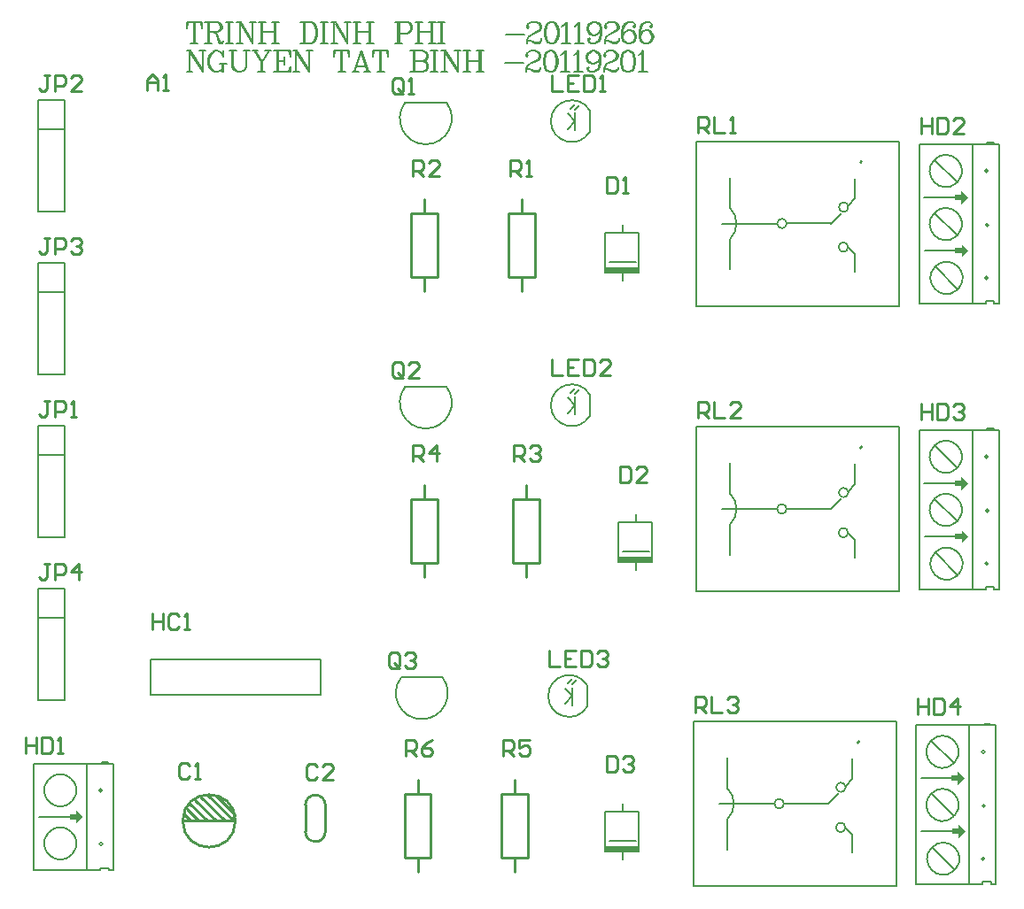
<source format=gbr>
G04*
G04 #@! TF.GenerationSoftware,Altium Limited,Altium Designer,23.2.1 (34)*
G04*
G04 Layer_Color=65535*
%FSTAX24Y24*%
%MOIN*%
G70*
G04*
G04 #@! TF.SameCoordinates,BC3F6091-25B6-48BF-90D5-32B1282762A0*
G04*
G04*
G04 #@! TF.FilePolarity,Positive*
G04*
G01*
G75*
%ADD10C,0.0070*%
%ADD11C,0.0070*%
%ADD12C,0.0100*%
%ADD13C,0.0079*%
%ADD14C,0.0050*%
%ADD15R,0.1260X0.0200*%
G36*
X0168Y01805D02*
X01655Y0183D01*
Y01815D01*
X0163D01*
Y01795D01*
X01655D01*
Y0178D01*
X0168Y01805D01*
D02*
G37*
G36*
X05Y0175D02*
X04975Y01775D01*
Y0176D01*
X0495D01*
Y0174D01*
X04975D01*
Y01725D01*
X05Y0175D01*
D02*
G37*
G36*
X049975Y0195D02*
X049725Y01975D01*
Y0196D01*
X049475D01*
Y0194D01*
X049725D01*
Y01925D01*
X049975Y0195D01*
D02*
G37*
G36*
X050124Y028613D02*
X049874Y028863D01*
Y028713D01*
X049624D01*
Y028513D01*
X049874D01*
Y028363D01*
X050124Y028613D01*
D02*
G37*
G36*
X050099Y030613D02*
X049849Y030863D01*
Y030713D01*
X049599D01*
Y030513D01*
X049849D01*
Y030363D01*
X050099Y030613D01*
D02*
G37*
G36*
X050124Y039376D02*
X049874Y039626D01*
Y039476D01*
X049624D01*
Y039276D01*
X049874D01*
Y039126D01*
X050124Y039376D01*
D02*
G37*
G36*
X050099Y041376D02*
X049849Y041626D01*
Y041476D01*
X049599D01*
Y041276D01*
X049849D01*
Y041126D01*
X050099Y041376D01*
D02*
G37*
D10*
X049731Y041982D02*
G03*
X049677Y041926I-000457J000394D01*
G01*
X050888Y04034D02*
G03*
X050888Y04034I-000064J0D01*
G01*
X050858Y042376D02*
G03*
X050858Y042376I-000064J0D01*
G01*
X049736Y039987D02*
G03*
X049672Y039922I-000462J000389D01*
G01*
X049761Y03796D02*
G03*
X049696Y037894I-000461J00039D01*
G01*
X050868Y038356D02*
G03*
X050868Y038356I-000064J0D01*
G01*
X049731Y031219D02*
G03*
X049677Y031163I-000457J000394D01*
G01*
X050888Y029577D02*
G03*
X050888Y029577I-000064J0D01*
G01*
X050858Y031613D02*
G03*
X050858Y031613I-000064J0D01*
G01*
X049736Y029224D02*
G03*
X049672Y029159I-000462J000389D01*
G01*
X049761Y027197D02*
G03*
X049696Y027131I-000461J00039D01*
G01*
X050868Y027593D02*
G03*
X050868Y027593I-000064J0D01*
G01*
X016412Y018662D02*
G03*
X016401Y018649I-000462J000388D01*
G01*
X017544Y01703D02*
G03*
X017544Y01703I-000064J0D01*
G01*
X017534Y01905D02*
G03*
X017534Y01905I-000064J0D01*
G01*
X016413Y016663D02*
G03*
X016401Y016649I-000463J000387D01*
G01*
X045605Y041016D02*
G03*
X045605Y041016I-000178J0D01*
G01*
X045595Y039506D02*
G03*
X045595Y039506I-000178J0D01*
G01*
X043282Y040399D02*
G03*
X043282Y040399I-000178J0D01*
G01*
X041152Y039809D02*
G03*
X041162Y040969I-000575J000585D01*
G01*
X045605Y030266D02*
G03*
X045605Y030266I-000178J0D01*
G01*
X045595Y028756D02*
G03*
X045595Y028756I-000178J0D01*
G01*
X043282Y029649D02*
G03*
X043282Y029649I-000178J0D01*
G01*
X041152Y029059D02*
G03*
X041162Y030219I-000575J000585D01*
G01*
X049607Y020106D02*
G03*
X049553Y02005I-000457J000394D01*
G01*
X050764Y018464D02*
G03*
X050764Y018464I-000064J0D01*
G01*
X050734Y0205D02*
G03*
X050734Y0205I-000064J0D01*
G01*
X049612Y018111D02*
G03*
X049548Y018046I-000462J000389D01*
G01*
X049637Y016084D02*
G03*
X049572Y016018I-000461J00039D01*
G01*
X050744Y01648D02*
G03*
X050744Y01648I-000064J0D01*
G01*
X045505Y019166D02*
G03*
X045505Y019166I-000178J0D01*
G01*
X045495Y017656D02*
G03*
X045495Y017656I-000178J0D01*
G01*
X043182Y018549D02*
G03*
X043182Y018549I-000178J0D01*
G01*
X041052Y017959D02*
G03*
X041062Y019119I-000575J000585D01*
G01*
X03645Y03855D02*
X0371D01*
X03645D02*
Y04005D01*
X03771D01*
Y03855D02*
Y04005D01*
X0371Y03855D02*
X03771D01*
X0371Y04005D02*
Y04035D01*
Y03825D02*
Y03855D01*
X03663Y03896D02*
X0376D01*
X03689Y03855D02*
X0371D01*
X03726D01*
X048854Y042796D02*
X049704Y041946D01*
X050274Y037376D02*
Y043376D01*
X048274D02*
X049774D01*
X048274Y037376D02*
X050784D01*
Y037476D01*
X051094D01*
Y037376D02*
Y037476D01*
Y037376D02*
X051274D01*
Y043376D01*
X049774D02*
X051274D01*
X050824Y043436D02*
X051074D01*
X048464Y041376D02*
X049974D01*
X048859Y040791D02*
X049704Y039946D01*
X048274Y037376D02*
Y043376D01*
X048884Y038776D02*
X049724Y037926D01*
X048484Y039376D02*
X049994D01*
X048854Y032033D02*
X049704Y031183D01*
X050274Y026613D02*
Y032613D01*
X048274D02*
X049774D01*
X048274Y026613D02*
X050784D01*
Y026713D01*
X051094D01*
Y026613D02*
Y026713D01*
Y026613D02*
X051274D01*
Y032613D01*
X049774D02*
X051274D01*
X050824Y032673D02*
X051074D01*
X048464Y030613D02*
X049974D01*
X048859Y030028D02*
X049704Y029183D01*
X048274Y026613D02*
Y032613D01*
X048884Y028013D02*
X049724Y027163D01*
X048484Y028613D02*
X049994D01*
X03533Y03321D02*
Y03387D01*
X03504Y03326D02*
X03533Y03355D01*
X03504Y03384D02*
X03533Y03355D01*
X035879Y033157D02*
Y033948D01*
X03516Y03402D02*
X03533Y03419D01*
X03532Y03399D02*
X03549Y03416D01*
X01695Y01606D02*
Y02003D01*
X01495Y02005D02*
X01645D01*
X01495Y01605D02*
X01746D01*
Y0161D01*
X01777D01*
Y01605D02*
Y0161D01*
Y01605D02*
X01795D01*
Y02005D01*
X01645D02*
X01795D01*
X0175Y02011D02*
X01775D01*
X01516Y01805D02*
X01667D01*
X01495Y01605D02*
Y02005D01*
X044945Y040398D02*
X045335Y040788D01*
X045595Y039506D02*
X045865Y039236D01*
Y038576D02*
Y039236D01*
X045605Y041076D02*
X045865Y041336D01*
Y042096D01*
X040859Y040389D02*
X042902D01*
X043302Y040399D02*
X044945D01*
X041142Y038669D02*
Y039799D01*
X041152Y040979D02*
Y042119D01*
X039875Y043488D02*
X047509D01*
X039875Y037282D02*
X047509D01*
X039875D02*
Y043488D01*
X047509Y037282D02*
Y043488D01*
X03533Y04391D02*
Y04457D01*
X03504Y04396D02*
X03533Y04425D01*
X03504Y04454D02*
X03533Y04425D01*
X035879Y043857D02*
Y044648D01*
X03516Y04472D02*
X03533Y04489D01*
X03532Y04469D02*
X03549Y04486D01*
X03695Y02765D02*
X0376D01*
X03695D02*
Y02915D01*
X03821D01*
Y02765D02*
Y02915D01*
X0376Y02765D02*
X03821D01*
X0376Y02915D02*
Y02945D01*
Y02735D02*
Y02765D01*
X03713Y02806D02*
X0381D01*
X03739Y02765D02*
X0376D01*
X03776D01*
X044945Y029648D02*
X045335Y030038D01*
X045595Y028756D02*
X045865Y028486D01*
Y027826D02*
Y028486D01*
X045605Y030326D02*
X045865Y030586D01*
Y031346D01*
X040859Y029639D02*
X042902D01*
X043302Y029649D02*
X044945D01*
X041142Y027919D02*
Y029049D01*
X041152Y030229D02*
Y031369D01*
X039875Y032738D02*
X047509D01*
X039875Y026532D02*
X047509D01*
X039875D02*
Y032738D01*
X047509Y026532D02*
Y032738D01*
X03523Y02226D02*
Y02292D01*
X03494Y02231D02*
X03523Y0226D01*
X03494Y02289D02*
X03523Y0226D01*
X035779Y022207D02*
Y022998D01*
X03506Y02307D02*
X03523Y02324D01*
X03522Y02304D02*
X03539Y02321D01*
X04873Y02092D02*
X04958Y02007D01*
X05015Y0155D02*
Y0215D01*
X04815D02*
X04965D01*
X04815Y0155D02*
X05066D01*
Y0156D01*
X05097D01*
Y0155D02*
Y0156D01*
Y0155D02*
X05115D01*
Y0215D01*
X04965D02*
X05115D01*
X0507Y02156D02*
X05095D01*
X04834Y0195D02*
X04985D01*
X048735Y018915D02*
X04958Y01807D01*
X04815Y0155D02*
Y0215D01*
X04876Y0169D02*
X0496Y01605D01*
X04836Y0175D02*
X04987D01*
X03645Y01675D02*
X0371D01*
X03645D02*
Y01825D01*
X03771D01*
Y01675D02*
Y01825D01*
X0371Y01675D02*
X03771D01*
X0371Y01825D02*
Y01855D01*
Y01645D02*
Y01675D01*
X03663Y01716D02*
X0376D01*
X03689Y01675D02*
X0371D01*
X03726D01*
X044845Y018548D02*
X045235Y018938D01*
X045495Y017656D02*
X045765Y017386D01*
Y016726D02*
Y017386D01*
X045505Y019226D02*
X045765Y019486D01*
Y020246D01*
X040759Y018539D02*
X042802D01*
X043202Y018549D02*
X044845D01*
X041042Y016819D02*
Y017949D01*
X041052Y019129D02*
Y020269D01*
X039775Y021638D02*
X047409D01*
X039775Y015432D02*
X047409D01*
X039775D02*
Y021638D01*
X047409Y015432D02*
Y021638D01*
D11*
X035877Y033952D02*
G03*
X035876Y033153I-000679J-000398D01*
G01*
X035877Y044652D02*
G03*
X035876Y043853I-000679J-000398D01*
G01*
X035777Y023002D02*
G03*
X035776Y022203I-000679J-000398D01*
G01*
D12*
X025174Y017494D02*
G03*
X025926Y0175I000376J-000004D01*
G01*
X025926Y018496D02*
G03*
X025174Y01849I-000376J000004D01*
G01*
X02254Y0179D02*
G03*
X02254Y0179I-00099J0D01*
G01*
X029158Y04077D02*
X030142D01*
Y03837D02*
Y04077D01*
X029158Y03837D02*
X030142D01*
X029158D02*
Y04077D01*
X02965Y03784D02*
Y03836D01*
Y04079D02*
Y04131D01*
X02517Y0175D02*
Y0185D01*
X02593Y01751D02*
Y01847D01*
X02056Y0179D02*
X02253D01*
X02087D02*
X02103D01*
X02086D02*
X02103D01*
X02062Y01814D02*
X02086Y0179D01*
X02116D02*
X02117D01*
X0207Y01836D02*
X02116Y0179D01*
X02082Y01855D02*
X02147Y0179D01*
X0218D02*
X02184D01*
X02101Y01869D02*
X0218Y0179D01*
X02215D02*
X02216D01*
X02122Y01883D02*
X02215Y0179D01*
X02149Y01889D02*
X02248Y0179D01*
X02251Y01808D02*
Y01816D01*
X02183Y01884D02*
X02251Y01816D01*
X028908Y01892D02*
X029892D01*
Y01652D02*
Y01892D01*
X028908Y01652D02*
X029892D01*
X028908D02*
Y01892D01*
X0294Y01599D02*
Y01651D01*
Y01894D02*
Y01946D01*
X046045Y042713D02*
X046089Y042756D01*
X032832Y04077D02*
X033816D01*
Y03837D02*
Y04077D01*
X032832Y03837D02*
X033816D01*
X032832D02*
Y04077D01*
X033324Y03784D02*
Y03836D01*
Y04079D02*
Y04131D01*
X032982Y03002D02*
X033966D01*
Y02762D02*
Y03002D01*
X032982Y02762D02*
X033966D01*
X032982D02*
Y03002D01*
X033474Y02709D02*
Y02761D01*
Y03004D02*
Y03056D01*
X029158Y03002D02*
X030142D01*
Y02762D02*
Y03002D01*
X029158Y02762D02*
X030142D01*
X029158D02*
Y03002D01*
X02965Y02709D02*
Y02761D01*
Y03004D02*
Y03056D01*
X046045Y031963D02*
X046089Y032006D01*
X032557Y01892D02*
X033541D01*
Y01652D02*
Y01892D01*
X032557Y01652D02*
X033541D01*
X032557D02*
Y01892D01*
X033049Y01599D02*
Y01651D01*
Y01894D02*
Y01946D01*
X045946Y020863D02*
X045988Y020906D01*
X0192Y0454D02*
Y0458D01*
X0194Y046D01*
X0196Y0458D01*
Y0454D01*
Y0457D01*
X0192D01*
X0198Y0454D02*
X02D01*
X0199D01*
Y046D01*
X0198Y0459D01*
X0208Y01997D02*
X0207Y02007D01*
X0205D01*
X0204Y01997D01*
Y01957D01*
X0205Y01947D01*
X0207D01*
X0208Y01957D01*
X021Y01947D02*
X0212D01*
X0211D01*
Y02007D01*
X021Y01997D01*
X02562Y01995D02*
X02552Y02005D01*
X02532D01*
X02522Y01995D01*
Y01955D01*
X02532Y01945D01*
X02552D01*
X02562Y01955D01*
X02622Y01945D02*
X02582D01*
X02622Y01985D01*
Y01995D01*
X02612Y02005D01*
X02592D01*
X02582Y01995D01*
X03652Y04214D02*
Y04154D01*
X03682D01*
X03692Y04164D01*
Y04204D01*
X03682Y04214D01*
X03652D01*
X03712Y04154D02*
X03732D01*
X03722D01*
Y04214D01*
X03712Y04204D01*
X03702Y03124D02*
Y03064D01*
X03732D01*
X03742Y03074D01*
Y03114D01*
X03732Y03124D01*
X03702D01*
X03802Y03064D02*
X03762D01*
X03802Y03104D01*
Y03114D01*
X03792Y03124D01*
X03772D01*
X03762Y03114D01*
X03652Y02034D02*
Y01974D01*
X03682D01*
X03692Y01984D01*
Y02024D01*
X03682Y02034D01*
X03652D01*
X03712Y02024D02*
X03722Y02034D01*
X03742D01*
X03752Y02024D01*
Y02014D01*
X03742Y02004D01*
X03732D01*
X03742D01*
X03752Y01994D01*
Y01984D01*
X03742Y01974D01*
X03722D01*
X03712Y01984D01*
X0194Y0257D02*
Y0251D01*
Y0254D01*
X0198D01*
Y0257D01*
Y0251D01*
X0204Y0256D02*
X0203Y0257D01*
X0201D01*
X02Y0256D01*
Y0252D01*
X0201Y0251D01*
X0203D01*
X0204Y0252D01*
X0206Y0251D02*
X0208D01*
X0207D01*
Y0257D01*
X0206Y0256D01*
X01465Y02104D02*
Y02044D01*
Y02074D01*
X01505D01*
Y02104D01*
Y02044D01*
X01525Y02104D02*
Y02044D01*
X01555D01*
X01565Y02054D01*
Y02094D01*
X01555Y02104D01*
X01525D01*
X01585Y02044D02*
X01605D01*
X01595D01*
Y02104D01*
X01585Y02094D01*
X04834Y03361D02*
Y03301D01*
Y03331D01*
X04874D01*
Y03361D01*
Y03301D01*
X04894Y03361D02*
Y03301D01*
X04924D01*
X04934Y03311D01*
Y03351D01*
X04924Y03361D01*
X04894D01*
X04954Y03351D02*
X04964Y03361D01*
X04984D01*
X049939Y03351D01*
Y03341D01*
X04984Y03331D01*
X04974D01*
X04984D01*
X049939Y03321D01*
Y03311D01*
X04984Y03301D01*
X04964D01*
X04954Y03311D01*
X04822Y0225D02*
Y0219D01*
Y0222D01*
X04862D01*
Y0225D01*
Y0219D01*
X04882Y0225D02*
Y0219D01*
X04912D01*
X04922Y022D01*
Y0224D01*
X04912Y0225D01*
X04882D01*
X04972Y0219D02*
Y0225D01*
X04942Y0222D01*
X049819D01*
X03444Y04598D02*
Y04538D01*
X03484D01*
X03544Y04598D02*
X03504D01*
Y04538D01*
X03544D01*
X03504Y04568D02*
X03524D01*
X03564Y04598D02*
Y04538D01*
X03594D01*
X036039Y04548D01*
Y04588D01*
X03594Y04598D01*
X03564D01*
X036239Y04538D02*
X036439D01*
X036339D01*
Y04598D01*
X036239Y04588D01*
X03444Y03528D02*
Y03468D01*
X03484D01*
X03544Y03528D02*
X03504D01*
Y03468D01*
X03544D01*
X03504Y03498D02*
X03524D01*
X03564Y03528D02*
Y03468D01*
X03594D01*
X036039Y03478D01*
Y03518D01*
X03594Y03528D01*
X03564D01*
X036639Y03468D02*
X036239D01*
X036639Y03508D01*
Y03518D01*
X036539Y03528D01*
X036339D01*
X036239Y03518D01*
X03434Y02433D02*
Y02373D01*
X03474D01*
X03534Y02433D02*
X03494D01*
Y02373D01*
X03534D01*
X03494Y02403D02*
X03514D01*
X03554Y02433D02*
Y02373D01*
X03584D01*
X035939Y02383D01*
Y02423D01*
X03584Y02433D01*
X03554D01*
X036139Y02423D02*
X036239Y02433D01*
X036439D01*
X036539Y02423D01*
Y02413D01*
X036439Y02403D01*
X036339D01*
X036439D01*
X036539Y02393D01*
Y02383D01*
X036439Y02373D01*
X036239D01*
X036139Y02383D01*
X02886Y04539D02*
Y04579D01*
X02876Y04589D01*
X02856D01*
X02846Y04579D01*
Y04539D01*
X02856Y04529D01*
X02876D01*
X02866Y04549D02*
X02886Y04529D01*
X02876D02*
X02886Y04539D01*
X02906Y04529D02*
X02926D01*
X02916D01*
Y04589D01*
X02906Y04579D01*
X02886Y03469D02*
Y03509D01*
X02876Y03519D01*
X02856D01*
X02846Y03509D01*
Y03469D01*
X02856Y03459D01*
X02876D01*
X02866Y03479D02*
X02886Y03459D01*
X02876D02*
X02886Y03469D01*
X02946Y03459D02*
X02906D01*
X02946Y03499D01*
Y03509D01*
X02936Y03519D01*
X02916D01*
X02906Y03509D01*
X02871Y02374D02*
Y02414D01*
X02861Y02424D01*
X02841D01*
X02831Y02414D01*
Y02374D01*
X02841Y02364D01*
X02861D01*
X02851Y02384D02*
X02871Y02364D01*
X02861D02*
X02871Y02374D01*
X02891Y02414D02*
X02901Y02424D01*
X02921D01*
X02931Y02414D01*
Y02404D01*
X02921Y02394D01*
X02911D01*
X02921D01*
X02931Y02384D01*
Y02374D01*
X02921Y02364D01*
X02901D01*
X02891Y02374D01*
X03288Y04219D02*
Y04279D01*
X03318D01*
X03328Y04269D01*
Y04249D01*
X03318Y04239D01*
X03288D01*
X03308D02*
X03328Y04219D01*
X03348D02*
X03368D01*
X03358D01*
Y04279D01*
X03348Y04269D01*
X02921Y04219D02*
Y04279D01*
X02951D01*
X02961Y04269D01*
Y04249D01*
X02951Y04239D01*
X02921D01*
X02941D02*
X02961Y04219D01*
X03021D02*
X02981D01*
X03021Y04259D01*
Y04269D01*
X03011Y04279D01*
X02991D01*
X02981Y04269D01*
X03303Y03144D02*
Y03204D01*
X03333D01*
X03343Y03194D01*
Y03174D01*
X03333Y03164D01*
X03303D01*
X03323D02*
X03343Y03144D01*
X03363Y03194D02*
X03373Y03204D01*
X03393D01*
X03403Y03194D01*
Y03184D01*
X03393Y03174D01*
X03383D01*
X03393D01*
X03403Y03164D01*
Y03154D01*
X03393Y03144D01*
X03373D01*
X03363Y03154D01*
X02921Y03144D02*
Y03204D01*
X02951D01*
X02961Y03194D01*
Y03174D01*
X02951Y03164D01*
X02921D01*
X02941D02*
X02961Y03144D01*
X03011D02*
Y03204D01*
X02981Y03174D01*
X03021D01*
X032609Y020348D02*
Y020948D01*
X032909D01*
X033009Y020848D01*
Y020648D01*
X032909Y020548D01*
X032609D01*
X032809D02*
X033009Y020348D01*
X033608Y020948D02*
X033208D01*
Y020648D01*
X033408Y020748D01*
X033508D01*
X033608Y020648D01*
Y020448D01*
X033508Y020348D01*
X033308D01*
X033208Y020448D01*
X02896Y020348D02*
Y020948D01*
X02926D01*
X02936Y020848D01*
Y020648D01*
X02926Y020548D01*
X02896D01*
X02916D02*
X02936Y020348D01*
X02996Y020948D02*
X02976Y020848D01*
X02956Y020648D01*
Y020448D01*
X02966Y020348D01*
X02986D01*
X02996Y020448D01*
Y020548D01*
X02986Y020648D01*
X02956D01*
X03994Y03307D02*
Y03367D01*
X04024D01*
X04034Y03357D01*
Y03337D01*
X04024Y03327D01*
X03994D01*
X04014D02*
X04034Y03307D01*
X04054Y03367D02*
Y03307D01*
X04094D01*
X041539D02*
X04114D01*
X041539Y03347D01*
Y03357D01*
X04144Y03367D01*
X04124D01*
X04114Y03357D01*
X03984Y02197D02*
Y02257D01*
X04014D01*
X04024Y02247D01*
Y02227D01*
X04014Y02217D01*
X03984D01*
X04004D02*
X04024Y02197D01*
X04044Y02257D02*
Y02197D01*
X04084D01*
X04104Y02247D02*
X04114Y02257D01*
X04134D01*
X041439Y02247D01*
Y02237D01*
X04134Y02227D01*
X04124D01*
X04134D01*
X041439Y02217D01*
Y02207D01*
X04134Y02197D01*
X04114D01*
X04104Y02207D01*
X04834Y04437D02*
Y04377D01*
Y04407D01*
X04874D01*
Y04437D01*
Y04377D01*
X04894Y04437D02*
Y04377D01*
X04924D01*
X04934Y04387D01*
Y04427D01*
X04924Y04437D01*
X04894D01*
X049939Y04377D02*
X04954D01*
X049939Y04417D01*
Y04427D01*
X04984Y04437D01*
X04964D01*
X04954Y04427D01*
X03994Y04382D02*
Y04442D01*
X04024D01*
X04034Y04432D01*
Y04412D01*
X04024Y04402D01*
X03994D01*
X04014D02*
X04034Y04382D01*
X04054Y04442D02*
Y04382D01*
X04094D01*
X04114D02*
X04134D01*
X04124D01*
Y04442D01*
X04114Y04432D01*
X01556Y03372D02*
X01536D01*
X01546D01*
Y03322D01*
X01536Y03312D01*
X01526D01*
X01516Y03322D01*
X01576Y03312D02*
Y03372D01*
X01606D01*
X01616Y03362D01*
Y03342D01*
X01606Y03332D01*
X01576D01*
X01636Y03312D02*
X01656D01*
X01646D01*
Y03372D01*
X01636Y03362D01*
X01556Y04599D02*
X01536D01*
X01546D01*
Y04549D01*
X01536Y04539D01*
X01526D01*
X01516Y04549D01*
X01576Y04539D02*
Y04599D01*
X01606D01*
X01616Y04589D01*
Y04569D01*
X01606Y04559D01*
X01576D01*
X016759Y04539D02*
X01636D01*
X016759Y04579D01*
Y04589D01*
X01666Y04599D01*
X01646D01*
X01636Y04589D01*
X01556Y03985D02*
X01536D01*
X01546D01*
Y03935D01*
X01536Y03925D01*
X01526D01*
X01516Y03935D01*
X01576Y03925D02*
Y03985D01*
X01606D01*
X01616Y03975D01*
Y03955D01*
X01606Y03945D01*
X01576D01*
X01636Y03975D02*
X01646Y03985D01*
X01666D01*
X016759Y03975D01*
Y03965D01*
X01666Y03955D01*
X01656D01*
X01666D01*
X016759Y03945D01*
Y03935D01*
X01666Y03925D01*
X01646D01*
X01636Y03935D01*
X01556Y02759D02*
X01536D01*
X01546D01*
Y02709D01*
X01536Y02699D01*
X01526D01*
X01516Y02709D01*
X01576Y02699D02*
Y02759D01*
X01606D01*
X01616Y02749D01*
Y02729D01*
X01606Y02719D01*
X01576D01*
X01666Y02699D02*
Y02759D01*
X01636Y02729D01*
X016759D01*
D13*
X028775Y0233D02*
G03*
X030334Y0233I00078J-000591D01*
G01*
X028925Y034246D02*
G03*
X030484Y034246I00078J-000591D01*
G01*
X028925Y04495D02*
G03*
X030484Y04495I00078J-000591D01*
G01*
X0151Y02555D02*
X0161D01*
X0151Y026648D02*
X0161D01*
Y022452D02*
Y026648D01*
X0151Y022452D02*
Y026648D01*
Y022452D02*
X0161D01*
X0151Y04395D02*
X0161D01*
X0151Y045048D02*
X0161D01*
Y040851D02*
Y045048D01*
X0151Y040851D02*
Y045048D01*
Y040851D02*
X0161D01*
X019337Y023973D02*
X025744D01*
X019337Y02265D02*
X025744D01*
Y023973D01*
X019337Y02265D02*
Y023973D01*
X0151Y031683D02*
X0161D01*
X0151Y032782D02*
X0161D01*
Y028585D02*
Y032782D01*
X0151Y028585D02*
Y032782D01*
Y028585D02*
X0161D01*
X0151Y037817D02*
X0161D01*
X0151Y038915D02*
X0161D01*
Y034718D02*
Y038915D01*
X0151Y034718D02*
Y038915D01*
Y034718D02*
X0161D01*
X028775Y0233D02*
X030334D01*
X028925Y034246D02*
X030484D01*
X028925Y04495D02*
X030484D01*
D14*
X020967Y04798D02*
Y04718D01*
X021005Y04798D02*
Y04718D01*
X020738Y04798D02*
X0207Y047751D01*
Y04798D01*
X021271D01*
Y047751D01*
X021233Y04798D01*
X020852Y04718D02*
X021119D01*
X0215Y04798D02*
Y04718D01*
X021538Y04798D02*
Y04718D01*
X021386Y04798D02*
X021843D01*
X021957Y047942D01*
X021995Y047903D01*
X022033Y047827D01*
Y047751D01*
X021995Y047675D01*
X021957Y047637D01*
X021843Y047599D01*
X021538D01*
X021843Y04798D02*
X021919Y047942D01*
X021957Y047903D01*
X021995Y047827D01*
Y047751D01*
X021957Y047675D01*
X021919Y047637D01*
X021843Y047599D01*
X021386Y04718D02*
X021652D01*
X021728Y047599D02*
X021805Y047561D01*
X021843Y047523D01*
X021957Y047256D01*
X021995Y047218D01*
X022033D01*
X022071Y047256D01*
X021805Y047561D02*
X021843Y047484D01*
X021919Y047218D01*
X021957Y04718D01*
X022033D01*
X022071Y047256D01*
Y047294D01*
X022288Y04798D02*
Y04718D01*
X022326Y04798D02*
Y04718D01*
X022174Y04798D02*
X022441D01*
X022174Y04718D02*
X022441D01*
X0227Y04798D02*
Y04718D01*
X022738Y04798D02*
X023195Y047256D01*
X022738Y047903D02*
X023195Y04718D01*
Y04798D02*
Y04718D01*
X022585Y04798D02*
X022738D01*
X02308D02*
X023309D01*
X022585Y04718D02*
X022814D01*
X023522Y04798D02*
Y04718D01*
X02356Y04798D02*
Y04718D01*
X024017Y04798D02*
Y04718D01*
X024055Y04798D02*
Y04718D01*
X023408Y04798D02*
X023675D01*
X023903D02*
X02417D01*
X02356Y047599D02*
X024017D01*
X023408Y04718D02*
X023675D01*
X023903D02*
X02417D01*
X025099Y04798D02*
Y04718D01*
X025137Y04798D02*
Y04718D01*
X024985Y04798D02*
X025366D01*
X02548Y047942D01*
X025556Y047865D01*
X025594Y047789D01*
X025632Y047675D01*
Y047484D01*
X025594Y04737D01*
X025556Y047294D01*
X02548Y047218D01*
X025366Y04718D01*
X024985D01*
X025366Y04798D02*
X025442Y047942D01*
X025518Y047865D01*
X025556Y047789D01*
X025594Y047675D01*
Y047484D01*
X025556Y04737D01*
X025518Y047294D01*
X025442Y047218D01*
X025366Y04718D01*
X025853Y04798D02*
Y04718D01*
X025891Y04798D02*
Y04718D01*
X025739Y04798D02*
X026006D01*
X025739Y04718D02*
X026006D01*
X026265Y04798D02*
Y04718D01*
X026303Y04798D02*
X02676Y047256D01*
X026303Y047903D02*
X02676Y04718D01*
Y04798D02*
Y04718D01*
X02615Y04798D02*
X026303D01*
X026645D02*
X026874D01*
X02615Y04718D02*
X026379D01*
X027087Y04798D02*
Y04718D01*
X027125Y04798D02*
Y04718D01*
X027582Y04798D02*
Y04718D01*
X02762Y04798D02*
Y04718D01*
X026973Y04798D02*
X02724D01*
X027468D02*
X027735D01*
X027125Y047599D02*
X027582D01*
X026973Y04718D02*
X02724D01*
X027468D02*
X027735D01*
X028664Y04798D02*
Y04718D01*
X028702Y04798D02*
Y04718D01*
X02855Y04798D02*
X029007D01*
X029121Y047942D01*
X029159Y047903D01*
X029197Y047827D01*
Y047713D01*
X029159Y047637D01*
X029121Y047599D01*
X029007Y047561D01*
X028702D01*
X029007Y04798D02*
X029083Y047942D01*
X029121Y047903D01*
X029159Y047827D01*
Y047713D01*
X029121Y047637D01*
X029083Y047599D01*
X029007Y047561D01*
X02855Y04718D02*
X028816D01*
X029418Y04798D02*
Y04718D01*
X029456Y04798D02*
Y04718D01*
X029913Y04798D02*
Y04718D01*
X029951Y04798D02*
Y04718D01*
X029304Y04798D02*
X02957D01*
X029799D02*
X030066D01*
X029456Y047599D02*
X029913D01*
X029304Y04718D02*
X02957D01*
X029799D02*
X030066D01*
X030275Y04798D02*
Y04718D01*
X030313Y04798D02*
Y04718D01*
X030161Y04798D02*
X030427D01*
X030161Y04718D02*
X030427D01*
X032732Y047523D02*
X033417D01*
X033558Y047827D02*
X033596Y047789D01*
X033558Y047751D01*
X03352Y047789D01*
Y047827D01*
X033558Y047903D01*
X033596Y047942D01*
X033711Y04798D01*
X033863D01*
X033977Y047942D01*
X034015Y047903D01*
X034053Y047827D01*
Y047751D01*
X034015Y047675D01*
X033901Y047599D01*
X033711Y047523D01*
X033634Y047484D01*
X033558Y047408D01*
X03352Y047294D01*
Y04718D01*
X033863Y04798D02*
X033939Y047942D01*
X033977Y047903D01*
X034015Y047827D01*
Y047751D01*
X033977Y047675D01*
X033863Y047599D01*
X033711Y047523D01*
X03352Y047256D02*
X033558Y047294D01*
X033634D01*
X033825Y047218D01*
X033939D01*
X034015Y047256D01*
X034053Y047294D01*
Y04737D01*
X033634Y047294D02*
X033825Y04718D01*
X033977D01*
X034015Y047218D01*
X034053Y047294D01*
X0344Y04798D02*
X034286Y047942D01*
X034209Y047827D01*
X034171Y047637D01*
Y047523D01*
X034209Y047332D01*
X034286Y047218D01*
X0344Y04718D01*
X034476D01*
X03459Y047218D01*
X034667Y047332D01*
X034705Y047523D01*
Y047637D01*
X034667Y047827D01*
X03459Y047942D01*
X034476Y04798D01*
X0344D01*
X034324Y047942D01*
X034286Y047903D01*
X034248Y047827D01*
X034209Y047637D01*
Y047523D01*
X034248Y047332D01*
X034286Y047256D01*
X034324Y047218D01*
X0344Y04718D01*
X034476D02*
X034552Y047218D01*
X03459Y047256D01*
X034628Y047332D01*
X034667Y047523D01*
Y047637D01*
X034628Y047827D01*
X03459Y047903D01*
X034552Y047942D01*
X034476Y04798D01*
X034823Y047827D02*
X034899Y047865D01*
X035013Y04798D01*
Y04718D01*
X034975Y047942D02*
Y04718D01*
X034823D02*
X035165D01*
X035303Y047827D02*
X035379Y047865D01*
X035493Y04798D01*
Y04718D01*
X035455Y047942D02*
Y04718D01*
X035303D02*
X035645D01*
X036278Y047713D02*
X03624Y047599D01*
X036163Y047523D01*
X036049Y047484D01*
X036011D01*
X035897Y047523D01*
X035821Y047599D01*
X035782Y047713D01*
Y047751D01*
X035821Y047865D01*
X035897Y047942D01*
X036011Y04798D01*
X036087D01*
X036201Y047942D01*
X036278Y047865D01*
X036316Y047751D01*
Y047523D01*
X036278Y04737D01*
X03624Y047294D01*
X036163Y047218D01*
X036049Y04718D01*
X035935D01*
X035859Y047218D01*
X035821Y047294D01*
Y047332D01*
X035859Y04737D01*
X035897Y047332D01*
X035859Y047294D01*
X036011Y047484D02*
X035935Y047523D01*
X035859Y047599D01*
X035821Y047713D01*
Y047751D01*
X035859Y047865D01*
X035935Y047942D01*
X036011Y04798D01*
X036087D02*
X036163Y047942D01*
X03624Y047865D01*
X036278Y047751D01*
Y047523D01*
X03624Y04737D01*
X036201Y047294D01*
X036125Y047218D01*
X036049Y04718D01*
X036472Y047827D02*
X03651Y047789D01*
X036472Y047751D01*
X036434Y047789D01*
Y047827D01*
X036472Y047903D01*
X03651Y047942D01*
X036624Y04798D01*
X036777D01*
X036891Y047942D01*
X036929Y047903D01*
X036967Y047827D01*
Y047751D01*
X036929Y047675D01*
X036815Y047599D01*
X036624Y047523D01*
X036548Y047484D01*
X036472Y047408D01*
X036434Y047294D01*
Y04718D01*
X036777Y04798D02*
X036853Y047942D01*
X036891Y047903D01*
X036929Y047827D01*
Y047751D01*
X036891Y047675D01*
X036777Y047599D01*
X036624Y047523D01*
X036434Y047256D02*
X036472Y047294D01*
X036548D01*
X036738Y047218D01*
X036853D01*
X036929Y047256D01*
X036967Y047294D01*
Y04737D01*
X036548Y047294D02*
X036738Y04718D01*
X036891D01*
X036929Y047218D01*
X036967Y047294D01*
X037542Y047865D02*
X037504Y047827D01*
X037542Y047789D01*
X03758Y047827D01*
Y047865D01*
X037542Y047942D01*
X037466Y04798D01*
X037352D01*
X037237Y047942D01*
X037161Y047865D01*
X037123Y047789D01*
X037085Y047637D01*
Y047408D01*
X037123Y047294D01*
X037199Y047218D01*
X037314Y04718D01*
X03739D01*
X037504Y047218D01*
X03758Y047294D01*
X037618Y047408D01*
Y047446D01*
X03758Y047561D01*
X037504Y047637D01*
X03739Y047675D01*
X037352D01*
X037237Y047637D01*
X037161Y047561D01*
X037123Y047446D01*
X037352Y04798D02*
X037276Y047942D01*
X037199Y047865D01*
X037161Y047789D01*
X037123Y047637D01*
Y047408D01*
X037161Y047294D01*
X037237Y047218D01*
X037314Y04718D01*
X03739D02*
X037466Y047218D01*
X037542Y047294D01*
X03758Y047408D01*
Y047446D01*
X037542Y047561D01*
X037466Y047637D01*
X03739Y047675D01*
X038193Y047865D02*
X038155Y047827D01*
X038193Y047789D01*
X038231Y047827D01*
Y047865D01*
X038193Y047942D01*
X038117Y04798D01*
X038003D01*
X037889Y047942D01*
X037813Y047865D01*
X037774Y047789D01*
X037736Y047637D01*
Y047408D01*
X037774Y047294D01*
X037851Y047218D01*
X037965Y04718D01*
X038041D01*
X038155Y047218D01*
X038231Y047294D01*
X03827Y047408D01*
Y047446D01*
X038231Y047561D01*
X038155Y047637D01*
X038041Y047675D01*
X038003D01*
X037889Y047637D01*
X037813Y047561D01*
X037774Y047446D01*
X038003Y04798D02*
X037927Y047942D01*
X037851Y047865D01*
X037813Y047789D01*
X037774Y047637D01*
Y047408D01*
X037813Y047294D01*
X037889Y047218D01*
X037965Y04718D01*
X038041D02*
X038117Y047218D01*
X038193Y047294D01*
X038231Y047408D01*
Y047446D01*
X038193Y047561D01*
X038117Y047637D01*
X038041Y047675D01*
X020814Y0469D02*
Y0461D01*
X020852Y0469D02*
X021309Y046176D01*
X020852Y046824D02*
X021309Y0461D01*
Y0469D02*
Y0461D01*
X0207Y0469D02*
X020852D01*
X021195D02*
X021424D01*
X0207Y0461D02*
X020929D01*
X022056Y046786D02*
X022094Y046671D01*
Y0469D01*
X022056Y046786D01*
X02198Y046862D01*
X021865Y0469D01*
X021789D01*
X021675Y046862D01*
X021599Y046786D01*
X021561Y046709D01*
X021523Y046595D01*
Y046405D01*
X021561Y04629D01*
X021599Y046214D01*
X021675Y046138D01*
X021789Y0461D01*
X021865D01*
X02198Y046138D01*
X022056Y046214D01*
X021789Y0469D02*
X021713Y046862D01*
X021637Y046786D01*
X021599Y046709D01*
X021561Y046595D01*
Y046405D01*
X021599Y04629D01*
X021637Y046214D01*
X021713Y046138D01*
X021789Y0461D01*
X022056Y046405D02*
Y0461D01*
X022094Y046405D02*
Y0461D01*
X021942Y046405D02*
X022208D01*
X022425Y0469D02*
Y046329D01*
X022463Y046214D01*
X02254Y046138D01*
X022654Y0461D01*
X02273D01*
X022844Y046138D01*
X02292Y046214D01*
X022959Y046329D01*
Y0469D01*
X022463D02*
Y046329D01*
X022502Y046214D01*
X022578Y046138D01*
X022654Y0461D01*
X022311Y0469D02*
X022578D01*
X022844D02*
X023073D01*
X023244D02*
X023511Y046481D01*
Y0461D01*
X023282Y0469D02*
X023549Y046481D01*
Y0461D01*
X023816Y0469D02*
X023549Y046481D01*
X023168Y0469D02*
X023397D01*
X023663D02*
X023892D01*
X023397Y0461D02*
X023663D01*
X024105Y0469D02*
Y0461D01*
X024143Y0469D02*
Y0461D01*
X024372Y046671D02*
Y046367D01*
X023991Y0469D02*
X0246D01*
Y046671D01*
X024562Y0469D01*
X024143Y046519D02*
X024372D01*
X023991Y0461D02*
X0246D01*
Y046329D01*
X024562Y0461D01*
X024825Y0469D02*
Y0461D01*
X024863Y0469D02*
X02532Y046176D01*
X024863Y046824D02*
X02532Y0461D01*
Y0469D02*
Y0461D01*
X024711Y0469D02*
X024863D01*
X025206D02*
X025434D01*
X024711Y0461D02*
X024939D01*
X02652Y0469D02*
Y0461D01*
X026558Y0469D02*
Y0461D01*
X026291Y0469D02*
X026253Y046671D01*
Y0469D01*
X026824D01*
Y046671D01*
X026786Y0469D01*
X026405Y0461D02*
X026672D01*
X027281Y0469D02*
X027015Y0461D01*
X027281Y0469D02*
X027548Y0461D01*
X027281Y046786D02*
X02751Y0461D01*
X027091Y046329D02*
X027434D01*
X026939Y0461D02*
X027167D01*
X027396D02*
X027624D01*
X027994Y0469D02*
Y0461D01*
X028032Y0469D02*
Y0461D01*
X027765Y0469D02*
X027727Y046671D01*
Y0469D01*
X028298D01*
Y046671D01*
X02826Y0469D01*
X027879Y0461D02*
X028146D01*
X029247Y0469D02*
Y0461D01*
X029285Y0469D02*
Y0461D01*
X029132Y0469D02*
X02959D01*
X029704Y046862D01*
X029742Y046824D01*
X02978Y046747D01*
Y046671D01*
X029742Y046595D01*
X029704Y046557D01*
X02959Y046519D01*
Y0469D02*
X029666Y046862D01*
X029704Y046824D01*
X029742Y046747D01*
Y046671D01*
X029704Y046595D01*
X029666Y046557D01*
X02959Y046519D01*
X029285D02*
X02959D01*
X029704Y046481D01*
X029742Y046443D01*
X02978Y046367D01*
Y046252D01*
X029742Y046176D01*
X029704Y046138D01*
X02959Y0461D01*
X029132D01*
X02959Y046519D02*
X029666Y046481D01*
X029704Y046443D01*
X029742Y046367D01*
Y046252D01*
X029704Y046176D01*
X029666Y046138D01*
X02959Y0461D01*
X030001Y0469D02*
Y0461D01*
X030039Y0469D02*
Y0461D01*
X029887Y0469D02*
X030153D01*
X029887Y0461D02*
X030153D01*
X030412Y0469D02*
Y0461D01*
X03045Y0469D02*
X030907Y046176D01*
X03045Y046824D02*
X030907Y0461D01*
Y0469D02*
Y0461D01*
X030298Y0469D02*
X03045D01*
X030793D02*
X031022D01*
X030298Y0461D02*
X030526D01*
X031235Y0469D02*
Y0461D01*
X031273Y0469D02*
Y0461D01*
X03173Y0469D02*
Y0461D01*
X031768Y0469D02*
Y0461D01*
X031121Y0469D02*
X031387D01*
X031616D02*
X031882D01*
X031273Y046519D02*
X03173D01*
X031121Y0461D02*
X031387D01*
X031616D02*
X031882D01*
X032697Y046443D02*
X033383D01*
X033524Y046747D02*
X033562Y046709D01*
X033524Y046671D01*
X033486Y046709D01*
Y046747D01*
X033524Y046824D01*
X033562Y046862D01*
X033676Y0469D01*
X033829D01*
X033943Y046862D01*
X033981Y046824D01*
X034019Y046747D01*
Y046671D01*
X033981Y046595D01*
X033867Y046519D01*
X033676Y046443D01*
X0336Y046405D01*
X033524Y046329D01*
X033486Y046214D01*
Y0461D01*
X033829Y0469D02*
X033905Y046862D01*
X033943Y046824D01*
X033981Y046747D01*
Y046671D01*
X033943Y046595D01*
X033829Y046519D01*
X033676Y046443D01*
X033486Y046176D02*
X033524Y046214D01*
X0336D01*
X033791Y046138D01*
X033905D01*
X033981Y046176D01*
X034019Y046214D01*
Y04629D01*
X0336Y046214D02*
X033791Y0461D01*
X033943D01*
X033981Y046138D01*
X034019Y046214D01*
X034366Y0469D02*
X034251Y046862D01*
X034175Y046747D01*
X034137Y046557D01*
Y046443D01*
X034175Y046252D01*
X034251Y046138D01*
X034366Y0461D01*
X034442D01*
X034556Y046138D01*
X034632Y046252D01*
X03467Y046443D01*
Y046557D01*
X034632Y046747D01*
X034556Y046862D01*
X034442Y0469D01*
X034366D01*
X034289Y046862D01*
X034251Y046824D01*
X034213Y046747D01*
X034175Y046557D01*
Y046443D01*
X034213Y046252D01*
X034251Y046176D01*
X034289Y046138D01*
X034366Y0461D01*
X034442D02*
X034518Y046138D01*
X034556Y046176D01*
X034594Y046252D01*
X034632Y046443D01*
Y046557D01*
X034594Y046747D01*
X034556Y046824D01*
X034518Y046862D01*
X034442Y0469D01*
X034788Y046747D02*
X034865Y046786D01*
X034979Y0469D01*
Y0461D01*
X034941Y046862D02*
Y0461D01*
X034788D02*
X035131D01*
X035268Y046747D02*
X035344Y046786D01*
X035459Y0469D01*
Y0461D01*
X035421Y046862D02*
Y0461D01*
X035268D02*
X035611D01*
X036243Y046633D02*
X036205Y046519D01*
X036129Y046443D01*
X036015Y046405D01*
X035977D01*
X035862Y046443D01*
X035786Y046519D01*
X035748Y046633D01*
Y046671D01*
X035786Y046786D01*
X035862Y046862D01*
X035977Y0469D01*
X036053D01*
X036167Y046862D01*
X036243Y046786D01*
X036281Y046671D01*
Y046443D01*
X036243Y04629D01*
X036205Y046214D01*
X036129Y046138D01*
X036015Y0461D01*
X035901D01*
X035824Y046138D01*
X035786Y046214D01*
Y046252D01*
X035824Y04629D01*
X035862Y046252D01*
X035824Y046214D01*
X035977Y046405D02*
X035901Y046443D01*
X035824Y046519D01*
X035786Y046633D01*
Y046671D01*
X035824Y046786D01*
X035901Y046862D01*
X035977Y0469D01*
X036053D02*
X036129Y046862D01*
X036205Y046786D01*
X036243Y046671D01*
Y046443D01*
X036205Y04629D01*
X036167Y046214D01*
X036091Y046138D01*
X036015Y0461D01*
X036438Y046747D02*
X036476Y046709D01*
X036438Y046671D01*
X036399Y046709D01*
Y046747D01*
X036438Y046824D01*
X036476Y046862D01*
X03659Y0469D01*
X036742D01*
X036857Y046862D01*
X036895Y046824D01*
X036933Y046747D01*
Y046671D01*
X036895Y046595D01*
X03678Y046519D01*
X03659Y046443D01*
X036514Y046405D01*
X036438Y046329D01*
X036399Y046214D01*
Y0461D01*
X036742Y0469D02*
X036818Y046862D01*
X036857Y046824D01*
X036895Y046747D01*
Y046671D01*
X036857Y046595D01*
X036742Y046519D01*
X03659Y046443D01*
X036399Y046176D02*
X036438Y046214D01*
X036514D01*
X036704Y046138D01*
X036818D01*
X036895Y046176D01*
X036933Y046214D01*
Y04629D01*
X036514Y046214D02*
X036704Y0461D01*
X036857D01*
X036895Y046138D01*
X036933Y046214D01*
X037279Y0469D02*
X037165Y046862D01*
X037089Y046747D01*
X037051Y046557D01*
Y046443D01*
X037089Y046252D01*
X037165Y046138D01*
X037279Y0461D01*
X037355D01*
X03747Y046138D01*
X037546Y046252D01*
X037584Y046443D01*
Y046557D01*
X037546Y046747D01*
X03747Y046862D01*
X037355Y0469D01*
X037279D01*
X037203Y046862D01*
X037165Y046824D01*
X037127Y046747D01*
X037089Y046557D01*
Y046443D01*
X037127Y046252D01*
X037165Y046176D01*
X037203Y046138D01*
X037279Y0461D01*
X037355D02*
X037432Y046138D01*
X03747Y046176D01*
X037508Y046252D01*
X037546Y046443D01*
Y046557D01*
X037508Y046747D01*
X03747Y046824D01*
X037432Y046862D01*
X037355Y0469D01*
X037702Y046747D02*
X037778Y046786D01*
X037893Y0469D01*
Y0461D01*
X037854Y046862D02*
Y0461D01*
X037702D02*
X038045D01*
D15*
X03708Y03865D02*
D03*
X03758Y02775D02*
D03*
X03708Y01685D02*
D03*
M02*

</source>
